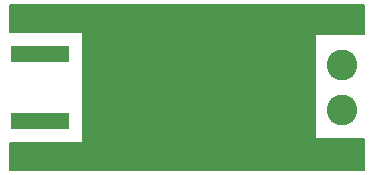
<source format=gbs>
%TF.GenerationSoftware,KiCad,Pcbnew,7.0.1*%
%TF.CreationDate,2023-07-17T06:27:02-07:00*%
%TF.ProjectId,Antenna_Impedance_Match,416e7465-6e6e-4615-9f49-6d706564616e,rev?*%
%TF.SameCoordinates,Original*%
%TF.FileFunction,Soldermask,Bot*%
%TF.FilePolarity,Negative*%
%FSLAX46Y46*%
G04 Gerber Fmt 4.6, Leading zero omitted, Abs format (unit mm)*
G04 Created by KiCad (PCBNEW 7.0.1) date 2023-07-17 06:27:02*
%MOMM*%
%LPD*%
G01*
G04 APERTURE LIST*
%ADD10C,0.150000*%
%ADD11R,4.900000X1.350000*%
%ADD12C,2.600000*%
G04 APERTURE END LIST*
D10*
X155000000Y-75500000D02*
X150800000Y-75500000D01*
X150800000Y-84400000D01*
X154900000Y-84400000D01*
X155000000Y-84500000D01*
X155000000Y-87000000D01*
X125000000Y-87000000D01*
X125000000Y-84700000D01*
X131200000Y-84700000D01*
X131200000Y-75300000D01*
X125000000Y-75300000D01*
X125000000Y-73000000D01*
X155000000Y-73000000D01*
X155000000Y-75500000D01*
G36*
X155000000Y-75500000D02*
G01*
X150800000Y-75500000D01*
X150800000Y-84400000D01*
X154900000Y-84400000D01*
X155000000Y-84500000D01*
X155000000Y-87000000D01*
X125000000Y-87000000D01*
X125000000Y-84700000D01*
X131200000Y-84700000D01*
X131200000Y-75300000D01*
X125000000Y-75300000D01*
X125000000Y-73000000D01*
X155000000Y-73000000D01*
X155000000Y-75500000D01*
G37*
D11*
%TO.C,J1*%
X127592500Y-77175000D03*
X127592500Y-82825000D03*
%TD*%
D12*
%TO.C,TP2*%
X153100000Y-81905000D03*
X153100000Y-78095000D03*
%TD*%
M02*

</source>
